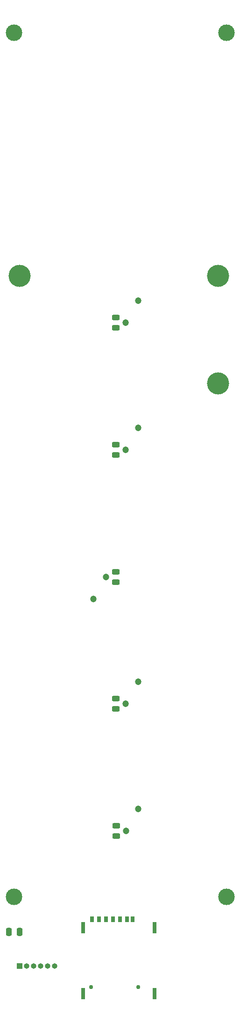
<source format=gts>
%TF.GenerationSoftware,KiCad,Pcbnew,7.0.2*%
%TF.CreationDate,2023-05-22T14:24:39+07:00*%
%TF.ProjectId,ph_portable_refrigerator_display_hw_v2,70685f70-6f72-4746-9162-6c655f726566,rev?*%
%TF.SameCoordinates,Original*%
%TF.FileFunction,Soldermask,Top*%
%TF.FilePolarity,Negative*%
%FSLAX46Y46*%
G04 Gerber Fmt 4.6, Leading zero omitted, Abs format (unit mm)*
G04 Created by KiCad (PCBNEW 7.0.2) date 2023-05-22 14:24:39*
%MOMM*%
%LPD*%
G01*
G04 APERTURE LIST*
G04 Aperture macros list*
%AMRoundRect*
0 Rectangle with rounded corners*
0 $1 Rounding radius*
0 $2 $3 $4 $5 $6 $7 $8 $9 X,Y pos of 4 corners*
0 Add a 4 corners polygon primitive as box body*
4,1,4,$2,$3,$4,$5,$6,$7,$8,$9,$2,$3,0*
0 Add four circle primitives for the rounded corners*
1,1,$1+$1,$2,$3*
1,1,$1+$1,$4,$5*
1,1,$1+$1,$6,$7*
1,1,$1+$1,$8,$9*
0 Add four rect primitives between the rounded corners*
20,1,$1+$1,$2,$3,$4,$5,0*
20,1,$1+$1,$4,$5,$6,$7,0*
20,1,$1+$1,$6,$7,$8,$9,0*
20,1,$1+$1,$8,$9,$2,$3,0*%
G04 Aperture macros list end*
%ADD10R,1.000000X1.000000*%
%ADD11O,1.000000X1.000000*%
%ADD12RoundRect,0.243750X-0.456250X0.243750X-0.456250X-0.243750X0.456250X-0.243750X0.456250X0.243750X0*%
%ADD13C,1.200000*%
%ADD14C,0.750000*%
%ADD15R,0.800000X1.140000*%
%ADD16R,0.700000X2.100000*%
%ADD17C,4.000000*%
%ADD18RoundRect,0.243750X0.456250X-0.243750X0.456250X0.243750X-0.456250X0.243750X-0.456250X-0.243750X0*%
%ADD19C,3.000000*%
%ADD20RoundRect,0.250000X0.250000X0.475000X-0.250000X0.475000X-0.250000X-0.475000X0.250000X-0.475000X0*%
G04 APERTURE END LIST*
D10*
%TO.C,J2*%
X39510000Y-193975000D03*
D11*
X40780000Y-193975000D03*
X42050000Y-193975000D03*
X43320000Y-193975000D03*
X44590000Y-193975000D03*
X45860000Y-193975000D03*
%TD*%
D12*
%TO.C,D5*%
X57030000Y-168572500D03*
X57030000Y-170447500D03*
%TD*%
D13*
%TO.C,J3*%
X61026911Y-96504624D03*
X58776911Y-100504624D03*
%TD*%
D14*
%TO.C,J1*%
X52500000Y-197775000D03*
X61000000Y-197775000D03*
D15*
X57750000Y-185545000D03*
X55210000Y-185545000D03*
X52670000Y-185545000D03*
X59020000Y-185545000D03*
X56480000Y-185545000D03*
X53940000Y-185545000D03*
X59970000Y-185545000D03*
D16*
X51000000Y-187025000D03*
X64000000Y-187025000D03*
X51000000Y-199025000D03*
X64000000Y-199025000D03*
%TD*%
D12*
%TO.C,D1*%
X57000000Y-145562500D03*
X57000000Y-147437500D03*
%TD*%
D13*
%TO.C,J5*%
X61056911Y-165514624D03*
X58806911Y-169514624D03*
%TD*%
D17*
%TO.C,REF\u002A\u002A*%
X75500000Y-88500000D03*
%TD*%
D18*
%TO.C,D2*%
X56957597Y-124457497D03*
X56957597Y-122582497D03*
%TD*%
D17*
%TO.C,REF\u002A\u002A*%
X75500000Y-69000000D03*
%TD*%
D13*
%TO.C,J2*%
X52930686Y-127515373D03*
X55180686Y-123515373D03*
%TD*%
D19*
%TO.C,REF\u002A\u002A*%
X77000000Y-181500000D03*
%TD*%
D13*
%TO.C,J4*%
X61026911Y-73504624D03*
X58776911Y-77504624D03*
%TD*%
D19*
%TO.C,REF\u002A\u002A*%
X38500000Y-181500000D03*
%TD*%
D17*
%TO.C,REF\u002A\u002A*%
X39500000Y-69000000D03*
%TD*%
D13*
%TO.C,J1*%
X61026911Y-142504624D03*
X58776911Y-146504624D03*
%TD*%
D19*
%TO.C,REF\u002A\u002A*%
X77000000Y-25000000D03*
%TD*%
%TO.C,REF\u002A\u002A*%
X38500000Y-25000000D03*
%TD*%
D12*
%TO.C,D4*%
X57000000Y-76562500D03*
X57000000Y-78437500D03*
%TD*%
D20*
%TO.C,C1*%
X39500000Y-187825000D03*
X37600000Y-187825000D03*
%TD*%
D12*
%TO.C,D3*%
X57000000Y-99562500D03*
X57000000Y-101437500D03*
%TD*%
M02*

</source>
